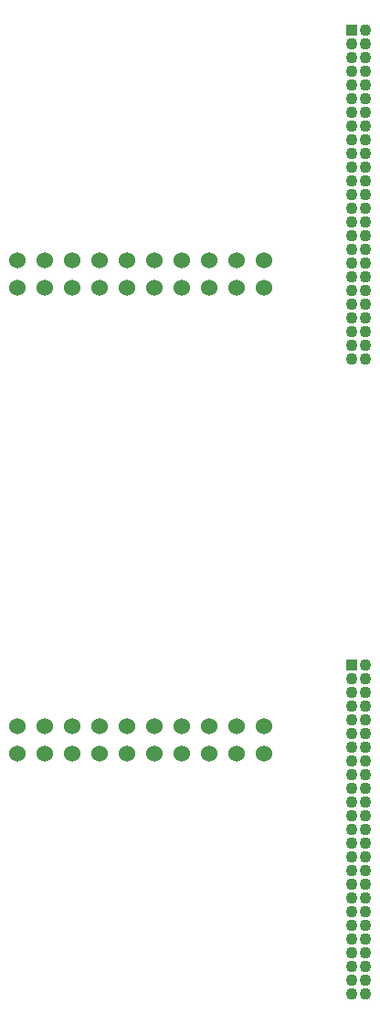
<source format=gbr>
%TF.GenerationSoftware,Altium Limited,Altium Designer,22.11.1 (43)*%
G04 Layer_Color=255*
%FSLAX45Y45*%
%MOMM*%
%TF.SameCoordinates,ABC14B17-DAD6-4B0F-8560-1018B917A27C*%
%TF.FilePolarity,Positive*%
%TF.FileFunction,Pads,Bot*%
%TF.Part,Single*%
G01*
G75*
%TA.AperFunction,ComponentPad*%
%ADD11R,1.09000X1.09000*%
%ADD12C,1.09000*%
%ADD13C,1.52400*%
D11*
X11112500Y3771900D02*
D03*
Y9652000D02*
D03*
D12*
X11239500Y3771900D02*
D03*
X11112500Y3644900D02*
D03*
X11239500D02*
D03*
X11112500Y3517900D02*
D03*
X11239500D02*
D03*
X11112500Y3390900D02*
D03*
X11239500D02*
D03*
X11112500Y3263900D02*
D03*
X11239500D02*
D03*
X11112500Y3136900D02*
D03*
X11239500D02*
D03*
X11112500Y3009900D02*
D03*
X11239500D02*
D03*
X11112500Y2882900D02*
D03*
X11239500D02*
D03*
X11112500Y2755900D02*
D03*
X11239500D02*
D03*
X11112500Y2628900D02*
D03*
X11239500D02*
D03*
X11112500Y2501900D02*
D03*
X11239500D02*
D03*
X11112500Y2374900D02*
D03*
X11239500D02*
D03*
X11112500Y2247900D02*
D03*
X11239500D02*
D03*
X11112500Y2120900D02*
D03*
X11239500D02*
D03*
X11112500Y1993900D02*
D03*
X11239500D02*
D03*
X11112500Y1866900D02*
D03*
X11239500D02*
D03*
X11112500Y1739900D02*
D03*
X11239500D02*
D03*
X11112500Y1612900D02*
D03*
X11239500D02*
D03*
X11112500Y1485900D02*
D03*
X11239500D02*
D03*
X11112500Y1358900D02*
D03*
X11239500D02*
D03*
X11112500Y1231900D02*
D03*
X11239500D02*
D03*
X11112500Y1104900D02*
D03*
X11239500D02*
D03*
X11112500Y977900D02*
D03*
X11239500D02*
D03*
X11112500Y850900D02*
D03*
X11239500D02*
D03*
X11112500Y723900D02*
D03*
X11239500D02*
D03*
Y6604000D02*
D03*
X11112500D02*
D03*
X11239500Y6731000D02*
D03*
X11112500D02*
D03*
X11239500Y6858000D02*
D03*
X11112500D02*
D03*
X11239500Y6985000D02*
D03*
X11112500D02*
D03*
X11239500Y7112000D02*
D03*
X11112500D02*
D03*
X11239500Y7239000D02*
D03*
X11112500D02*
D03*
X11239500Y7366000D02*
D03*
X11112500D02*
D03*
X11239500Y7493000D02*
D03*
X11112500D02*
D03*
X11239500Y7620000D02*
D03*
X11112500D02*
D03*
X11239500Y7747000D02*
D03*
X11112500D02*
D03*
X11239500Y7874000D02*
D03*
X11112500D02*
D03*
X11239500Y8001000D02*
D03*
X11112500D02*
D03*
X11239500Y8128000D02*
D03*
X11112500D02*
D03*
X11239500Y8255000D02*
D03*
X11112500D02*
D03*
X11239500Y8382000D02*
D03*
X11112500D02*
D03*
X11239500Y8509000D02*
D03*
X11112500D02*
D03*
X11239500Y8636000D02*
D03*
X11112500D02*
D03*
X11239500Y8763000D02*
D03*
X11112500D02*
D03*
X11239500Y8890000D02*
D03*
X11112500D02*
D03*
X11239500Y9017000D02*
D03*
X11112500D02*
D03*
X11239500Y9144000D02*
D03*
X11112500D02*
D03*
X11239500Y9271000D02*
D03*
X11112500D02*
D03*
X11239500Y9398000D02*
D03*
X11112500D02*
D03*
X11239500Y9525000D02*
D03*
X11112500D02*
D03*
X11239500Y9652000D02*
D03*
D13*
X10299700Y7518400D02*
D03*
Y7264400D02*
D03*
X10045700Y7518400D02*
D03*
Y7264400D02*
D03*
X9791700Y7518400D02*
D03*
Y7264400D02*
D03*
X9537700Y7518400D02*
D03*
Y7264400D02*
D03*
X9283700Y7518400D02*
D03*
Y7264400D02*
D03*
X9029700Y7518400D02*
D03*
Y7264400D02*
D03*
X8775700Y7518400D02*
D03*
Y7264400D02*
D03*
X8521700Y7518400D02*
D03*
Y7264400D02*
D03*
X8267700Y7518400D02*
D03*
Y7264400D02*
D03*
X8013700Y7518400D02*
D03*
Y7264400D02*
D03*
X10299700Y3200400D02*
D03*
Y2946400D02*
D03*
X10045700Y3200400D02*
D03*
Y2946400D02*
D03*
X9791700Y3200400D02*
D03*
Y2946400D02*
D03*
X9537700Y3200400D02*
D03*
Y2946400D02*
D03*
X9283700Y3200400D02*
D03*
Y2946400D02*
D03*
X9029700Y3200400D02*
D03*
Y2946400D02*
D03*
X8775700Y3200400D02*
D03*
Y2946400D02*
D03*
X8521700Y3200400D02*
D03*
Y2946400D02*
D03*
X8267700Y3200400D02*
D03*
Y2946400D02*
D03*
X8013700Y3200400D02*
D03*
Y2946400D02*
D03*
%TF.MD5,564307c05e3f6fd060ab82567f7f9b0f*%
M02*

</source>
